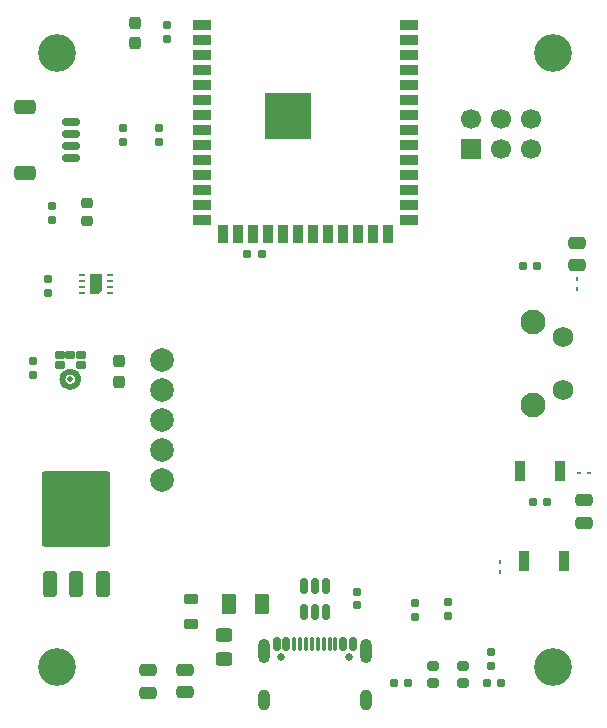
<source format=gbr>
%TF.GenerationSoftware,KiCad,Pcbnew,9.0.4*%
%TF.CreationDate,2025-09-29T13:15:34+05:30*%
%TF.ProjectId,ESP32_Project_1,45535033-325f-4507-926f-6a6563745f31,rev?*%
%TF.SameCoordinates,Original*%
%TF.FileFunction,Soldermask,Top*%
%TF.FilePolarity,Negative*%
%FSLAX46Y46*%
G04 Gerber Fmt 4.6, Leading zero omitted, Abs format (unit mm)*
G04 Created by KiCad (PCBNEW 9.0.4) date 2025-09-29 13:15:34*
%MOMM*%
%LPD*%
G01*
G04 APERTURE LIST*
G04 Aperture macros list*
%AMRoundRect*
0 Rectangle with rounded corners*
0 $1 Rounding radius*
0 $2 $3 $4 $5 $6 $7 $8 $9 X,Y pos of 4 corners*
0 Add a 4 corners polygon primitive as box body*
4,1,4,$2,$3,$4,$5,$6,$7,$8,$9,$2,$3,0*
0 Add four circle primitives for the rounded corners*
1,1,$1+$1,$2,$3*
1,1,$1+$1,$4,$5*
1,1,$1+$1,$6,$7*
1,1,$1+$1,$8,$9*
0 Add four rect primitives between the rounded corners*
20,1,$1+$1,$2,$3,$4,$5,0*
20,1,$1+$1,$4,$5,$6,$7,0*
20,1,$1+$1,$6,$7,$8,$9,0*
20,1,$1+$1,$8,$9,$2,$3,0*%
%AMFreePoly0*
4,1,6,0.500000,-0.850000,-0.500000,-0.850000,-0.500000,0.550000,-0.200000,0.850000,0.500000,0.850000,0.500000,-0.850000,0.500000,-0.850000,$1*%
G04 Aperture macros list end*
%ADD10C,0.500000*%
%ADD11RoundRect,0.062500X-0.117500X-0.062500X0.117500X-0.062500X0.117500X0.062500X-0.117500X0.062500X0*%
%ADD12C,3.200000*%
%ADD13RoundRect,0.160000X0.160000X-0.197500X0.160000X0.197500X-0.160000X0.197500X-0.160000X-0.197500X0*%
%ADD14RoundRect,0.062500X-0.062500X0.117500X-0.062500X-0.117500X0.062500X-0.117500X0.062500X0.117500X0*%
%ADD15RoundRect,0.150000X0.150000X-0.512500X0.150000X0.512500X-0.150000X0.512500X-0.150000X-0.512500X0*%
%ADD16RoundRect,0.237500X-0.237500X0.300000X-0.237500X-0.300000X0.237500X-0.300000X0.237500X0.300000X0*%
%ADD17R,0.900000X1.700000*%
%ADD18RoundRect,0.250000X0.475000X-0.250000X0.475000X0.250000X-0.475000X0.250000X-0.475000X-0.250000X0*%
%ADD19RoundRect,0.160000X0.197500X0.160000X-0.197500X0.160000X-0.197500X-0.160000X0.197500X-0.160000X0*%
%ADD20RoundRect,0.160000X-0.160000X0.197500X-0.160000X-0.197500X0.160000X-0.197500X0.160000X0.197500X0*%
%ADD21RoundRect,0.062500X0.062500X-0.117500X0.062500X0.117500X-0.062500X0.117500X-0.062500X-0.117500X0*%
%ADD22RoundRect,0.150000X-0.625000X0.150000X-0.625000X-0.150000X0.625000X-0.150000X0.625000X0.150000X0*%
%ADD23RoundRect,0.250000X-0.650000X0.350000X-0.650000X-0.350000X0.650000X-0.350000X0.650000X0.350000X0*%
%ADD24C,0.500000*%
%ADD25RoundRect,0.102000X-0.300000X-0.261000X0.300000X-0.261000X0.300000X0.261000X-0.300000X0.261000X0*%
%ADD26RoundRect,0.218750X0.256250X-0.218750X0.256250X0.218750X-0.256250X0.218750X-0.256250X-0.218750X0*%
%ADD27RoundRect,0.200000X-0.300000X-0.200000X0.300000X-0.200000X0.300000X0.200000X-0.300000X0.200000X0*%
%ADD28RoundRect,0.250000X0.450000X-0.325000X0.450000X0.325000X-0.450000X0.325000X-0.450000X-0.325000X0*%
%ADD29C,2.100000*%
%ADD30C,1.750000*%
%ADD31RoundRect,0.250000X0.375000X0.625000X-0.375000X0.625000X-0.375000X-0.625000X0.375000X-0.625000X0*%
%ADD32R,1.500000X0.900000*%
%ADD33R,0.900000X1.500000*%
%ADD34C,0.600000*%
%ADD35R,3.900000X3.900000*%
%ADD36R,0.550000X0.250000*%
%ADD37FreePoly0,180.000000*%
%ADD38RoundRect,0.155000X-0.155000X0.212500X-0.155000X-0.212500X0.155000X-0.212500X0.155000X0.212500X0*%
%ADD39RoundRect,0.250000X-0.475000X0.250000X-0.475000X-0.250000X0.475000X-0.250000X0.475000X0.250000X0*%
%ADD40RoundRect,0.160000X-0.197500X-0.160000X0.197500X-0.160000X0.197500X0.160000X-0.197500X0.160000X0*%
%ADD41C,0.650000*%
%ADD42RoundRect,0.150000X-0.150000X-0.425000X0.150000X-0.425000X0.150000X0.425000X-0.150000X0.425000X0*%
%ADD43RoundRect,0.075000X-0.075000X-0.500000X0.075000X-0.500000X0.075000X0.500000X-0.075000X0.500000X0*%
%ADD44O,1.000000X2.100000*%
%ADD45O,1.000000X1.800000*%
%ADD46R,1.700000X1.700000*%
%ADD47C,1.700000*%
%ADD48C,2.000000*%
%ADD49RoundRect,0.250000X0.350000X-0.850000X0.350000X0.850000X-0.350000X0.850000X-0.350000X-0.850000X0*%
%ADD50RoundRect,0.249997X2.650003X-2.950003X2.650003X2.950003X-2.650003X2.950003X-2.650003X-2.950003X0*%
%ADD51RoundRect,0.218750X-0.381250X0.218750X-0.381250X-0.218750X0.381250X-0.218750X0.381250X0.218750X0*%
G04 APERTURE END LIST*
D10*
%TO.C,MK1*%
X185765000Y-91602000D02*
G75*
G02*
X184435000Y-91602000I-665000J0D01*
G01*
X184435000Y-91602000D02*
G75*
G02*
X185765000Y-91602000I665000J0D01*
G01*
%TD*%
D11*
%TO.C,D3*%
X229000000Y-99500000D03*
X228160000Y-99500000D03*
%TD*%
D12*
%TO.C,H4*%
X226000000Y-116000000D03*
%TD*%
D13*
%TO.C,R10*%
X181950000Y-91245000D03*
X181950000Y-90050000D03*
%TD*%
D14*
%TO.C,D4*%
X221500000Y-107920000D03*
X221500000Y-107080000D03*
%TD*%
D15*
%TO.C,U1*%
X204850000Y-111337500D03*
X205800000Y-111337500D03*
X206750000Y-111337500D03*
X206750000Y-109062500D03*
X205800000Y-109062500D03*
X204850000Y-109062500D03*
%TD*%
D16*
%TO.C,C1*%
X190600000Y-61437500D03*
X190600000Y-63162500D03*
%TD*%
D17*
%TO.C,SW1*%
X223200000Y-99400000D03*
X226600000Y-99400000D03*
%TD*%
%TO.C,SW2*%
X226900000Y-107000000D03*
X223500000Y-107000000D03*
%TD*%
D18*
%TO.C,C4*%
X228600000Y-103750000D03*
X228600000Y-101850000D03*
%TD*%
D19*
%TO.C,R6*%
X224597500Y-82000000D03*
X223402500Y-82000000D03*
%TD*%
D13*
%TO.C,R4*%
X214250000Y-111697500D03*
X214250000Y-110502500D03*
%TD*%
D20*
%TO.C,R7*%
X189600000Y-70355000D03*
X189600000Y-71550000D03*
%TD*%
D13*
%TO.C,R5*%
X217100000Y-111645000D03*
X217100000Y-110450000D03*
%TD*%
D21*
%TO.C,D5*%
X228000000Y-83080000D03*
X228000000Y-83920000D03*
%TD*%
D22*
%TO.C,J3*%
X185150000Y-69850000D03*
X185150000Y-70850000D03*
X185150000Y-71850000D03*
X185150000Y-72850000D03*
D23*
X181275000Y-68550000D03*
X181275000Y-74150000D03*
%TD*%
D24*
%TO.C,MK1*%
X185100000Y-91602000D03*
D25*
X184200000Y-89528000D03*
X184200000Y-90350000D03*
X186000000Y-90350000D03*
X186000000Y-89528000D03*
X185100000Y-89528000D03*
%TD*%
D26*
%TO.C,D2*%
X186500000Y-78237500D03*
X186500000Y-76662500D03*
%TD*%
D16*
%TO.C,C9*%
X189200000Y-90087500D03*
X189200000Y-91812500D03*
%TD*%
D27*
%TO.C,D6*%
X215850000Y-115900000D03*
X215850000Y-117300000D03*
X218350000Y-117300000D03*
X218350000Y-115900000D03*
%TD*%
D13*
%TO.C,R12*%
X220700000Y-115897500D03*
X220700000Y-114702500D03*
%TD*%
D19*
%TO.C,R9*%
X213700000Y-117300000D03*
X212505000Y-117300000D03*
%TD*%
D28*
%TO.C,D1*%
X198150000Y-115275000D03*
X198150000Y-113225000D03*
%TD*%
D29*
%TO.C,SW3*%
X224310000Y-86750000D03*
X224310000Y-93760000D03*
D30*
X226800000Y-88000000D03*
X226800000Y-92500000D03*
%TD*%
D31*
%TO.C,F1*%
X201300000Y-110600000D03*
X198500000Y-110600000D03*
%TD*%
D32*
%TO.C,U2*%
X196250000Y-61580000D03*
X196250000Y-62850000D03*
X196250000Y-64120000D03*
X196250000Y-65390000D03*
X196250000Y-66660000D03*
X196250000Y-67930000D03*
X196250000Y-69200000D03*
X196250000Y-70470000D03*
X196250000Y-71740000D03*
X196250000Y-73010000D03*
X196250000Y-74280000D03*
X196250000Y-75550000D03*
X196250000Y-76820000D03*
X196250000Y-78090000D03*
D33*
X198015000Y-79340000D03*
X199285000Y-79340000D03*
X200555000Y-79340000D03*
X201825000Y-79340000D03*
X203095000Y-79340000D03*
X204365000Y-79340000D03*
X205635000Y-79340000D03*
X206905000Y-79340000D03*
X208175000Y-79340000D03*
X209445000Y-79340000D03*
X210715000Y-79340000D03*
X211985000Y-79340000D03*
D32*
X213750000Y-78090000D03*
X213750000Y-76820000D03*
X213750000Y-75550000D03*
X213750000Y-74280000D03*
X213750000Y-73010000D03*
X213750000Y-71740000D03*
X213750000Y-70470000D03*
X213750000Y-69200000D03*
X213750000Y-67930000D03*
X213750000Y-66660000D03*
X213750000Y-65390000D03*
X213750000Y-64120000D03*
X213750000Y-62850000D03*
X213750000Y-61580000D03*
D34*
X202100000Y-68600000D03*
X202100000Y-70000000D03*
X202800000Y-67900000D03*
X202800000Y-69300000D03*
X202800000Y-70700000D03*
X203500000Y-68600000D03*
D35*
X203500000Y-69300000D03*
D34*
X203500000Y-70000000D03*
X204200000Y-67900000D03*
X204200000Y-69300000D03*
X204200000Y-70700000D03*
X204900000Y-68600000D03*
X204900000Y-70000000D03*
%TD*%
D36*
%TO.C,U4*%
X188450000Y-84300000D03*
X188450000Y-83800000D03*
X188450000Y-83300000D03*
X188450000Y-82800000D03*
X186100000Y-82800000D03*
X186100000Y-83300000D03*
X186100000Y-83800000D03*
X186100000Y-84300000D03*
D37*
X187275000Y-83550000D03*
%TD*%
D38*
%TO.C,C5*%
X183250000Y-83150000D03*
X183250000Y-84285000D03*
%TD*%
D19*
%TO.C,R2*%
X225500000Y-102000000D03*
X224305000Y-102000000D03*
%TD*%
D38*
%TO.C,C2*%
X193250000Y-61632500D03*
X193250000Y-62767500D03*
%TD*%
D12*
%TO.C,H2*%
X226000000Y-64000000D03*
%TD*%
%TO.C,H3*%
X184000000Y-116000000D03*
%TD*%
D13*
%TO.C,R1*%
X183550000Y-78097500D03*
X183550000Y-76902500D03*
%TD*%
D39*
%TO.C,C7*%
X191650000Y-116250000D03*
X191650000Y-118150000D03*
%TD*%
D38*
%TO.C,C3*%
X209350000Y-109600000D03*
X209350000Y-110735000D03*
%TD*%
D40*
%TO.C,R3*%
X200102500Y-81000000D03*
X201297500Y-81000000D03*
%TD*%
D41*
%TO.C,J1*%
X202910000Y-115075000D03*
X208690000Y-115075000D03*
D42*
X202600000Y-114000000D03*
X203400000Y-114000000D03*
D43*
X204550000Y-114000000D03*
X205550000Y-114000000D03*
X206050000Y-114000000D03*
X207050000Y-114000000D03*
D42*
X208200000Y-114000000D03*
X209000000Y-114000000D03*
X209000000Y-114000000D03*
X208200000Y-114000000D03*
D43*
X207550000Y-114000000D03*
X206550000Y-114000000D03*
X205050000Y-114000000D03*
X204050000Y-114000000D03*
D42*
X203400000Y-114000000D03*
X202600000Y-114000000D03*
D44*
X201480000Y-114575000D03*
D45*
X201480000Y-118755000D03*
D44*
X210120000Y-114575000D03*
D45*
X210120000Y-118755000D03*
%TD*%
D40*
%TO.C,R11*%
X220405000Y-117350000D03*
X221600000Y-117350000D03*
%TD*%
D46*
%TO.C,J2*%
X219020000Y-72140000D03*
D47*
X219020000Y-69600000D03*
X221560000Y-72140000D03*
X221560000Y-69600000D03*
X224100000Y-72140000D03*
X224100000Y-69600000D03*
%TD*%
D48*
%TO.C,DFR_C1*%
X192870000Y-89940075D03*
X192870000Y-92480075D03*
X192870000Y-95020075D03*
X192870000Y-97560075D03*
X192870000Y-100100075D03*
%TD*%
D39*
%TO.C,C6*%
X194850000Y-116200000D03*
X194850000Y-118100000D03*
%TD*%
D20*
%TO.C,R8*%
X192650000Y-70352500D03*
X192650000Y-71547500D03*
%TD*%
D49*
%TO.C,U3*%
X183342500Y-108900000D03*
X185622500Y-108900000D03*
D50*
X185622500Y-102600000D03*
D49*
X187902500Y-108900000D03*
%TD*%
D51*
%TO.C,FB1*%
X195300000Y-110200000D03*
X195300000Y-112325000D03*
%TD*%
D12*
%TO.C,H1*%
X184000000Y-64000000D03*
%TD*%
D18*
%TO.C,C8*%
X228000000Y-81950000D03*
X228000000Y-80050000D03*
%TD*%
M02*

</source>
